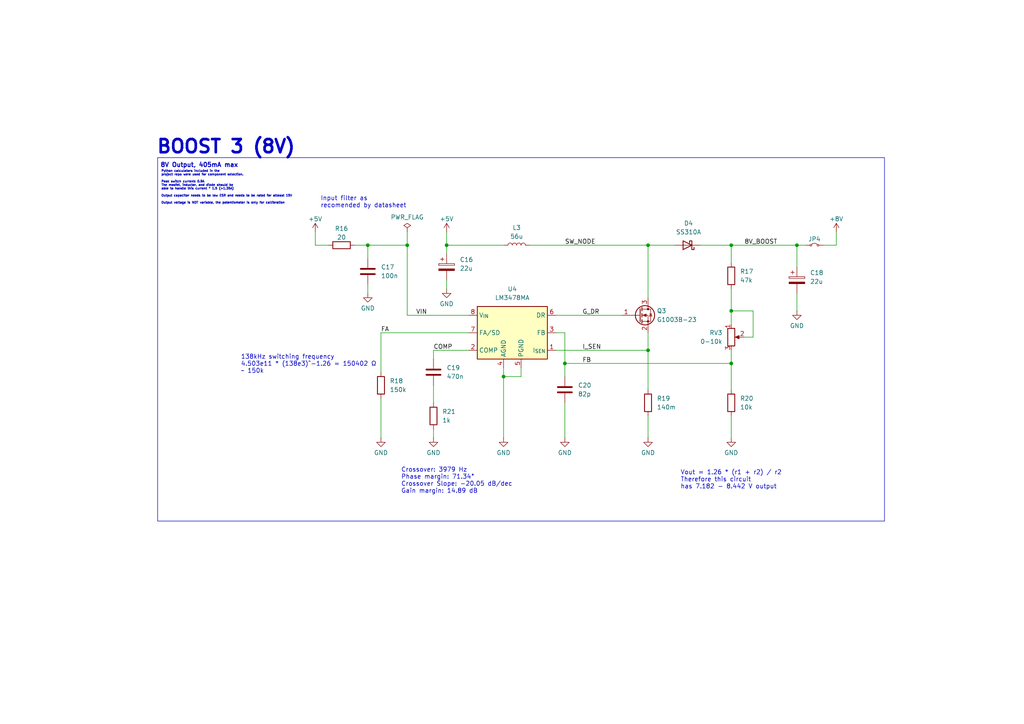
<source format=kicad_sch>
(kicad_sch (version 20250114) (generator "eeschema") (generator_version "9.0")
  (paper "A4")
  (title_block (title "8V Boost Converter") (date "2025-11-27"))
  (lib_symbols
    (symbol "Device:C" (pin_numbers (hide yes)) (pin_names (offset 0.254))
      (property "Reference" "C" (at 0.635 2.54 0))
      (property "Value" "C" (at 0.635 -2.54 0))
      (symbol "C_0_1"
        (polyline (pts (xy -2.032 0.762) (xy 2.032 0.762)) (stroke (width 0.508)))
        (polyline (pts (xy -2.032 -0.762) (xy 2.032 -0.762)) (stroke (width 0.508)))
      )
      (symbol "C_1_1"
        (pin passive line (at 0 3.81 270) (length 2.794) (name "~") (number "1"))
        (pin passive line (at 0 -3.81 90) (length 2.794) (name "~") (number "2"))
      )
    )
    (symbol "Device:C_Polarized" (pin_numbers (hide yes)) (pin_names (offset 0.254))
      (property "Reference" "C" (at 0.635 2.54 0))
      (property "Value" "C_Polarized" (at 0.635 -2.54 0))
      (symbol "C_Polarized_0_1"
        (rectangle (start -2.286 0.508) (end 2.286 1.016))
        (polyline (pts (xy -1.778 2.286) (xy -0.762 2.286)))
        (polyline (pts (xy -1.27 2.794) (xy -1.27 1.778)))
        (rectangle (start 2.286 -0.508) (end -2.286 -1.016) (fill (type outline)))
      )
      (symbol "C_Polarized_1_1"
        (pin passive line (at 0 3.81 270) (length 2.794) (name "~") (number "1"))
        (pin passive line (at 0 -3.81 90) (length 2.794) (name "~") (number "2"))
      )
    )
    (symbol "Device:D_Schottky" (pin_numbers (hide yes)) (pin_names (offset 1.016) (hide yes))
      (property "Reference" "D" (at 0 2.54 0))
      (property "Value" "D_Schottky" (at 0 -2.54 0))
      (symbol "D_Schottky_0_1"
        (polyline (pts (xy -1.905 0.635) (xy -1.905 1.27) (xy -1.27 1.27) (xy -1.27 -1.27) (xy -0.635 -1.27) (xy -0.635 -0.635)) (stroke (width 0.254)))
        (polyline (pts (xy 1.27 1.27) (xy 1.27 -1.27) (xy -1.27 0) (xy 1.27 1.27)) (stroke (width 0.254)))
        (polyline (pts (xy 1.27 0) (xy -1.27 0)))
      )
      (symbol "D_Schottky_1_1"
        (pin passive line (at -3.81 0 0) (length 2.54) (name "K") (number "1"))
        (pin passive line (at 3.81 0 180) (length 2.54) (name "A") (number "2"))
      )
    )
    (symbol "Device:L" (pin_numbers (hide yes)) (pin_names (offset 1.016) (hide yes))
      (property "Reference" "L" (at -1.27 0 90))
      (property "Value" "L" (at 1.905 0 90))
      (symbol "L_0_1"
        (arc (start 0 2.54) (mid 0.6323 1.905) (end 0 1.27))
        (arc (start 0 1.27) (mid 0.6323 0.635) (end 0 0))
        (arc (start 0 0) (mid 0.6323 -0.635) (end 0 -1.27))
        (arc (start 0 -1.27) (mid 0.6323 -1.905) (end 0 -2.54))
      )
      (symbol "L_1_1"
        (pin passive line (at 0 3.81 270) (length 1.27) (name "1") (number "1"))
        (pin passive line (at 0 -3.81 90) (length 1.27) (name "2") (number "2"))
      )
    )
    (symbol "Device:R" (pin_numbers (hide yes)) (pin_names (offset 0))
      (property "Reference" "R" (at 2.032 0 90))
      (property "Value" "R" (at 0 0 90))
      (symbol "R_0_1"
        (rectangle (start -1.016 -2.54) (end 1.016 2.54) (stroke (width 0.254)))
      )
      (symbol "R_1_1"
        (pin passive line (at 0 3.81 270) (length 1.27) (name "~") (number "1"))
        (pin passive line (at 0 -3.81 90) (length 1.27) (name "~") (number "2"))
      )
    )
    (symbol "Device:R_Potentiometer" (pin_names (offset 1.016) (hide yes))
      (property "Reference" "RV" (at -4.445 0 90))
      (property "Value" "R_Potentiometer" (at -2.54 0 90))
      (symbol "R_Potentiometer_0_1"
        (rectangle (start 1.016 2.54) (end -1.016 -2.54) (stroke (width 0.254)))
        (polyline (pts (xy 1.143 0) (xy 2.286 0.508) (xy 2.286 -0.508) (xy 1.143 0)) (fill (type outline)))
        (polyline (pts (xy 2.54 0) (xy 1.524 0)))
      )
      (symbol "R_Potentiometer_1_1"
        (pin passive line (at 0 3.81 270) (length 1.27) (name "1") (number "1"))
        (pin passive line (at 0 -3.81 90) (length 1.27) (name "3") (number "3"))
        (pin passive line (at 3.81 0 180) (length 1.27) (name "2") (number "2"))
      )
    )
    (symbol "Jumper:Jumper_2_Small_Bridged" (pin_numbers (hide yes)) (pin_names (offset 0) (hide yes))
      (property "Reference" "JP" (at 0 2.032 0))
      (property "Value" "Jumper_2_Small_Bridged" (at 0 -2.286 0))
      (symbol "Jumper_2_Small_Bridged_0_0"
        (circle (center -1.016 0) (radius 0.254))
        (circle (center 1.016 0) (radius 0.254))
      )
      (symbol "Jumper_2_Small_Bridged_0_1"
        (arc (start -0.762 0.254) (mid 0 0.5696) (end 0.762 0.254))
      )
      (symbol "Jumper_2_Small_Bridged_1_1"
        (pin passive line (at -2.54 0 0) (length 1.27) (name "A") (number "1"))
        (pin passive line (at 2.54 0 180) (length 1.27) (name "B") (number "2"))
      )
    )
    (symbol "Regulator_Controller:LM3478MA"
      (property "Reference" "U" (at -9.525 8.89 0))
      (property "Value" "LM3478MA" (at 5.08 8.89 0))
      (symbol "LM3478MA_0_1"
        (rectangle (start -10.16 7.62) (end 10.16 -7.62) (stroke (width 0.254)) (fill (type background)))
      )
      (symbol "LM3478MA_1_1"
        (pin power_in line (at -12.7 5.08 0) (length 2.54) (name "V_{IN}") (number "8"))
        (pin input line (at -12.7 0 0) (length 2.54) (name "FA/SD") (number "7"))
        (pin input line (at -12.7 -5.08 0) (length 2.54) (name "COMP") (number "2"))
        (pin power_in line (at -2.54 -10.16 90) (length 2.54) (name "AGND") (number "4"))
        (pin power_in line (at 2.54 -10.16 90) (length 2.54) (name "PGND") (number "5"))
        (pin output line (at 12.7 5.08 180) (length 2.54) (name "DR") (number "6"))
        (pin input line (at 12.7 0 180) (length 2.54) (name "FB") (number "3"))
        (pin input line (at 12.7 -5.08 180) (length 2.54) (name "I_{SEN}") (number "1"))
      )
    )
    (symbol "Transistor_FET:2N7002E" (pin_names (offset 0) (hide yes))
      (property "Reference" "Q" (at 5.08 1.905 0))
      (property "Value" "2N7002E" (at 5.08 0 0))
      (symbol "2N7002E_0_1"
        (polyline (pts (xy 0.254 1.905) (xy 0.254 -1.905)) (stroke (width 0.254)))
        (polyline (pts (xy 0.254 0) (xy -2.54 0)))
        (polyline (pts (xy 0.762 2.286) (xy 0.762 1.27)) (stroke (width 0.254)))
        (polyline (pts (xy 0.762 0.508) (xy 0.762 -0.508)) (stroke (width 0.254)))
        (polyline (pts (xy 0.762 -1.27) (xy 0.762 -2.286)) (stroke (width 0.254)))
        (polyline (pts (xy 0.762 -1.778) (xy 3.302 -1.778) (xy 3.302 1.778) (xy 0.762 1.778)))
        (polyline (pts (xy 1.016 0) (xy 2.032 0.381) (xy 2.032 -0.381) (xy 1.016 0)) (fill (type outline)))
        (circle (center 1.651 0) (radius 2.794) (stroke (width 0.254)))
        (polyline (pts (xy 2.54 2.54) (xy 2.54 1.778)))
        (circle (center 2.54 1.778) (radius 0.254) (fill (type outline)))
        (circle (center 2.54 -1.778) (radius 0.254) (fill (type outline)))
        (polyline (pts (xy 2.54 -2.54) (xy 2.54 0) (xy 0.762 0)))
        (polyline (pts (xy 2.921 0.381) (xy 3.683 0.381)))
        (polyline (pts (xy 3.302 0.381) (xy 2.921 -0.254) (xy 3.683 -0.254) (xy 3.302 0.381)))
      )
      (symbol "2N7002E_1_1"
        (pin input line (at -5.08 0 0) (length 2.54) (name "G") (number "1"))
        (pin passive line (at 2.54 5.08 270) (length 2.54) (name "D") (number "3"))
        (pin passive line (at 2.54 -5.08 90) (length 2.54) (name "S") (number "2"))
      )
    )
    (symbol "power:+5V" (power) (pin_numbers (hide yes)) (pin_names (offset 0) (hide yes))
      (property "Value" "+5V" (at 0 3.556 0))
      (symbol "+5V_0_1"
        (polyline (pts (xy -0.762 1.27) (xy 0 2.54)))
        (polyline (pts (xy 0 2.54) (xy 0.762 1.27)))
        (polyline (pts (xy 0 0) (xy 0 2.54)))
      )
      (symbol "+5V_1_1"
        (pin power_in line (at 0 0 90) (length 0) (name "~") (number "1"))
      )
    )
    (symbol "power:GND" (power) (pin_numbers (hide yes)) (pin_names (offset 0) (hide yes))
      (property "Value" "GND" (at 0 -3.81 0))
      (symbol "GND_0_1"
        (polyline (pts (xy 0 0) (xy 0 -1.27) (xy 1.27 -1.27) (xy 0 -2.54) (xy -1.27 -1.27) (xy 0 -1.27)))
      )
      (symbol "GND_1_1"
        (pin power_in line (at 0 0 270) (length 0) (name "~") (number "1"))
      )
    )
    (symbol "power:PWR_FLAG" (power) (pin_numbers (hide yes)) (pin_names (offset 0) (hide yes))
      (property "Value" "PWR_FLAG" (at 0 3.81 0))
      (symbol "PWR_FLAG_0_0"
        (pin power_out line (at 0 0 90) (length 0) (name "~") (number "1"))
      )
      (symbol "PWR_FLAG_0_1"
        (polyline (pts (xy 0 0) (xy 0 1.27) (xy -1.016 1.905) (xy 0 2.54) (xy 1.016 1.905) (xy 0 1.27)))
      )
    )
    (symbol "power:VDC" (power) (pin_numbers (hide yes)) (pin_names (offset 0) (hide yes))
      (property "Value" "VDC" (at 0 3.556 0))
      (symbol "VDC_0_1"
        (polyline (pts (xy -0.762 1.27) (xy 0 2.54)))
        (polyline (pts (xy 0 2.54) (xy 0.762 1.27)))
        (polyline (pts (xy 0 0) (xy 0 2.54)))
      )
      (symbol "VDC_1_1"
        (pin power_in line (at 0 0 90) (length 0) (name "~") (number "1"))
      )
    )
  )
  (rectangle (start 45.72 45.72) (end 256.54 151.13))
  (text "Crossover: 3979 Hz\nPhase margin: 71.34°\nCrossover Slope: -20.05 dB/dec\nGain margin: 14.89 dB" (at 116.332 139.446 0) (effects (font (size 1.27 1.27)) (justify left)))
  (text "Input filter as\nrecomended by datasheet" (at 92.964 58.674 0) (effects (font (size 1.27 1.27)) (justify left)))
  (text "BOOST 3 (8V)" (at 45.212 42.672 0) (effects (font (size 3.81 3.81) (thickness 0.762) (bold yes)) (justify left)))
  (text "138kHz switching frequency\n4.503e11 * (138e3)^-1.26 = 150402 Ω\n~ 150k" (at 69.85 105.664 0) (effects (font (size 1.27 1.27)) (justify left)))
  (text "Vout = 1.26 * (r1 + r2) / r2\nTherefore this circuit\nhas 7.182 - 8.442 V output" (at 197.358 139.192 0) (effects (font (size 1.27 1.27)) (justify left)))
  (text "Python calculators included in the\nproject repo were used for component selection.\n\nPeak switch current: 0.9A\nThe mosfet, inductor, and diode should be\nable to handle this current * 1.5 (>1.35A)\n\nOutput capacitor needs to be low ESR and needs to be rated for atleast 15V\n\nOutput voltage is NOT variable, the potentiometer is only for callibration" (at 46.736 54.356 0) (effects (font (size 0.635 0.635) (thickness 0.254) (bold yes)) (justify left)))
  (text "8V Output, 405mA max" (at 46.482 48.006 0) (effects (font (size 1.27 1.27) (thickness 0.254) (bold yes)) (justify left)))
  (junction (at 187.96 101.6))
  (junction (at 212.09 90.17))
  (junction (at 212.09 71.12))
  (junction (at 212.09 105.41))
  (junction (at 163.83 105.41))
  (junction (at 187.96 71.12))
  (junction (at 106.68 71.12))
  (junction (at 146.05 109.22))
  (junction (at 118.11 71.12))
  (junction (at 231.14 71.12))
  (junction (at 129.54 71.12))
  (wire (pts (xy 118.11 91.44) (xy 135.89 91.44)))
  (wire (pts (xy 212.09 101.6) (xy 212.09 105.41)))
  (wire (pts (xy 161.29 91.44) (xy 180.34 91.44)))
  (wire (pts (xy 161.29 101.6) (xy 187.96 101.6)))
  (wire (pts (xy 129.54 73.66) (xy 129.54 71.12)))
  (wire (pts (xy 125.73 101.6) (xy 125.73 104.14)))
  (wire (pts (xy 125.73 111.76) (xy 125.73 116.84)))
  (wire (pts (xy 118.11 67.31) (xy 118.11 71.12)))
  (wire (pts (xy 231.14 85.09) (xy 231.14 90.17)))
  (wire (pts (xy 231.14 71.12) (xy 231.14 77.47)))
  (wire (pts (xy 146.05 109.22) (xy 146.05 127)))
  (wire (pts (xy 102.87 71.12) (xy 106.68 71.12)))
  (wire (pts (xy 163.83 96.52) (xy 161.29 96.52)))
  (wire (pts (xy 215.9 97.79) (xy 218.44 97.79)))
  (wire (pts (xy 187.96 101.6) (xy 187.96 113.03)))
  (wire (pts (xy 95.25 71.12) (xy 91.44 71.12)))
  (wire (pts (xy 218.44 97.79) (xy 218.44 90.17)))
  (wire (pts (xy 106.68 71.12) (xy 118.11 71.12)))
  (wire (pts (xy 233.68 71.12) (xy 231.14 71.12)))
  (wire (pts (xy 135.89 96.52) (xy 110.49 96.52)))
  (wire (pts (xy 110.49 96.52) (xy 110.49 107.95)))
  (wire (pts (xy 125.73 101.6) (xy 135.89 101.6)))
  (wire (pts (xy 187.96 71.12) (xy 195.58 71.12)))
  (wire (pts (xy 203.2 71.12) (xy 212.09 71.12)))
  (wire (pts (xy 242.57 67.31) (xy 242.57 71.12)))
  (wire (pts (xy 129.54 67.31) (xy 129.54 71.12)))
  (wire (pts (xy 212.09 83.82) (xy 212.09 90.17)))
  (wire (pts (xy 187.96 71.12) (xy 187.96 86.36)))
  (wire (pts (xy 153.67 71.12) (xy 187.96 71.12)))
  (wire (pts (xy 151.13 109.22) (xy 151.13 106.68)))
  (wire (pts (xy 212.09 90.17) (xy 212.09 93.98)))
  (wire (pts (xy 129.54 81.28) (xy 129.54 83.82)))
  (wire (pts (xy 187.96 96.52) (xy 187.96 101.6)))
  (wire (pts (xy 187.96 120.65) (xy 187.96 127)))
  (wire (pts (xy 118.11 71.12) (xy 118.11 91.44)))
  (wire (pts (xy 163.83 105.41) (xy 212.09 105.41)))
  (wire (pts (xy 129.54 71.12) (xy 146.05 71.12)))
  (wire (pts (xy 106.68 82.55) (xy 106.68 85.09)))
  (wire (pts (xy 218.44 90.17) (xy 212.09 90.17)))
  (wire (pts (xy 212.09 105.41) (xy 212.09 113.03)))
  (wire (pts (xy 110.49 115.57) (xy 110.49 127)))
  (wire (pts (xy 146.05 109.22) (xy 151.13 109.22)))
  (wire (pts (xy 163.83 105.41) (xy 163.83 109.22)))
  (wire (pts (xy 146.05 106.68) (xy 146.05 109.22)))
  (wire (pts (xy 125.73 124.46) (xy 125.73 127)))
  (wire (pts (xy 163.83 96.52) (xy 163.83 105.41)))
  (wire (pts (xy 212.09 120.65) (xy 212.09 127)))
  (wire (pts (xy 91.44 67.31) (xy 91.44 71.12)))
  (wire (pts (xy 106.68 71.12) (xy 106.68 74.93)))
  (wire (pts (xy 212.09 71.12) (xy 212.09 76.2)))
  (wire (pts (xy 163.83 116.84) (xy 163.83 127)))
  (wire (pts (xy 238.76 71.12) (xy 242.57 71.12)))
  (wire (pts (xy 212.09 71.12) (xy 231.14 71.12)))
  (label "COMP" (at 125.73 101.6 0))
  (label "G_DR" (at 168.91 91.44 0))
  (label "8V_BOOST" (at 215.9 71.12 0))
  (label "FA" (at 110.49 96.52 0))
  (label "SW_NODE" (at 163.83 71.12 0))
  (label "I_SEN" (at 168.91 101.6 0))
  (label "VIN" (at 120.65 91.44 0) (effects (font (thickness 0.1588))))
  (label "FB" (at 168.91 105.41 0))
  (symbol (lib_id "Transistor_FET:2N7002E") (at 185.42 91.44 0) (unit 1)
    (property "Reference" "Q3" (at 190.5 90.17 0) (effects (justify left)))
    (property "Value" "G1003B-23" (at 190.5 92.71 0) (effects (justify left)))
    (property "Footprint" "Package_TO_SOT_SMD:SOT-23-3" (effects (hide yes)))
    (property "Datasheet" "https://www.lcsc.com/datasheet/C41367401.pdf" (effects (hide yes)))
    (property "LCSC PART #" "C22362809" (effects (hide yes)))
  )
  (symbol (lib_id "power:+5V") (at 129.54 67.31 0) (unit 1)
    (property "Reference" "#PWR049" (effects (hide yes)))
    (property "Value" "+5V" (at 129.54 63.5 0))
    (property "Description" "Power symbol creates a global label with name \"+5V\"" (effects (hide yes)))
  )
  (symbol (lib_id "Device:R") (at 110.49 111.76 0) (unit 1)
    (property "Reference" "R18" (at 113.03 110.4899 0) (effects (justify left)))
    (property "Value" "150k" (at 113.03 113.0299 0) (effects (justify left)))
    (property "Footprint" "Resistor_SMD:R_0603_1608Metric" (effects (hide yes)))
    (property "Datasheet" "https://www.lcsc.com/datasheet/C49653183.pdf" (effects (hide yes)))
    (property "Description" "Resistor" (effects (hide yes)))
    (property "LCSC PART #" "C49653183" (effects (hide yes)))
  )
  (symbol (lib_id "power:VDC") (at 242.57 67.31 0) (unit 1)
    (property "Reference" "#PWR050" (effects (hide yes)))
    (property "Value" "+8V" (at 242.57 63.5 0))
    (property "Description" "Power symbol creates a global label with name \"VDC\"" (effects (hide yes)))
  )
  (symbol (lib_id "Device:C") (at 163.83 113.03 0) (unit 1)
    (property "Reference" "C20" (at 167.64 111.7599 0) (effects (justify left)))
    (property "Value" "82p" (at 167.64 114.2999 0) (effects (justify left)))
    (property "Footprint" "Capacitor_SMD:C_0603_1608Metric" (effects (hide yes)))
    (property "Datasheet" "https://www.lcsc.com/datasheet/C1864236.pdf" (effects (hide yes)))
    (property "Description" "Unpolarized capacitor" (effects (hide yes)))
    (property "LCSC PART #" "C1864236" (effects (hide yes)))
  )
  (symbol (lib_id "power:GND") (at 106.68 85.09 0) (mirror y) (unit 1)
    (property "Reference" "#PWR052" (effects (hide yes)))
    (property "Value" "GND" (at 106.68 89.408 0))
    (property "Description" "Power symbol creates a global label with name \"GND\" , ground" (effects (hide yes)))
  )
  (symbol (lib_id "Device:R_Potentiometer") (at 212.09 97.79 0) (unit 1)
    (property "Reference" "RV3" (at 209.55 96.5199 0) (effects (justify right)))
    (property "Value" "0-10k" (at 209.55 99.0599 0) (effects (justify right)))
    (property "Footprint" "CustomFootprints:Potentiometer_Bourns_TC33X_Vertical" (effects (hide yes)))
    (property "Datasheet" "https://www.lcsc.com/datasheet/C719176.pdf" (effects (hide yes)))
    (property "Description" "Potentiometer" (effects (hide yes)))
    (property "LCSC PART #" "C719176" (effects (hide yes)))
  )
  (symbol (lib_id "Device:L") (at 149.86 71.12 90) (unit 1)
    (property "Reference" "L3" (at 149.86 66.04 90))
    (property "Value" "56u" (at 149.86 68.58 90))
    (property "Footprint" "CustomFootprints:Chilisin SCDS105R" (effects (hide yes)))
    (property "Datasheet" "https://www.lcsc.com/datasheet/C329728.pdf" (effects (hide yes)))
    (property "Description" "Inductor" (effects (hide yes)))
    (property "LCSC PART #" "C329728" (effects (hide yes)))
  )
  (symbol (lib_id "power:GND") (at 129.54 83.82 0) (mirror y) (unit 1)
    (property "Reference" "#PWR051" (effects (hide yes)))
    (property "Value" "GND" (at 129.54 88.138 0))
    (property "Description" "Power symbol creates a global label with name \"GND\" , ground" (effects (hide yes)))
  )
  (symbol (lib_id "Device:C") (at 106.68 78.74 0) (unit 1)
    (property "Reference" "C17" (at 110.49 77.4699 0) (effects (justify left)))
    (property "Value" "100n" (at 110.49 80.0099 0) (effects (justify left)))
    (property "Footprint" "Capacitor_SMD:C_0603_1608Metric" (effects (hide yes)))
    (property "Datasheet" "https://www.lcsc.com/datasheet/C15725.pdf" (effects (hide yes)))
    (property "Description" "Unpolarized capacitor" (effects (hide yes)))
    (property "LCSC PART #" "C15725" (effects (hide yes)))
  )
  (symbol (lib_id "Device:R") (at 125.73 120.65 0) (unit 1)
    (property "Reference" "R21" (at 128.27 119.3799 0) (effects (justify left)))
    (property "Value" "1k" (at 128.27 121.9199 0) (effects (justify left)))
    (property "Footprint" "Resistor_SMD:R_0603_1608Metric" (effects (hide yes)))
    (property "Datasheet" "https://www.lcsc.com/datasheet/C2907002.pdf" (effects (hide yes)))
    (property "Description" "Resistor" (effects (hide yes)))
    (property "LCSC PART #" "C2907002" (effects (hide yes)))
  )
  (symbol (lib_id "power:GND") (at 163.83 127 0) (mirror y) (unit 1)
    (property "Reference" "#PWR057" (effects (hide yes)))
    (property "Value" "GND" (at 163.83 131.318 0))
    (property "Description" "Power symbol creates a global label with name \"GND\" , ground" (effects (hide yes)))
  )
  (symbol (lib_id "Device:D_Schottky") (at 199.39 71.12 180) (unit 1)
    (property "Reference" "D4" (at 199.7075 64.77 0))
    (property "Value" "SS310A" (at 199.7075 67.31 0))
    (property "Footprint" "Diode_SMD:D_SMA" (effects (hide yes)))
    (property "Datasheet" "https://www.lcsc.com/datasheet/C48996628.pdf" (effects (hide yes)))
    (property "Description" "Schottky diode" (effects (hide yes)))
    (property "LCSC PART #" "C48996628" (effects (hide yes)))
  )
  (symbol (lib_id "power:GND") (at 146.05 127 0) (mirror y) (unit 1)
    (property "Reference" "#PWR056" (effects (hide yes)))
    (property "Value" "GND" (at 146.05 131.318 0))
    (property "Description" "Power symbol creates a global label with name \"GND\" , ground" (effects (hide yes)))
  )
  (symbol (lib_id "Device:R") (at 212.09 80.01 0) (unit 1)
    (property "Reference" "R17" (at 214.63 78.7399 0) (effects (justify left)))
    (property "Value" "47k" (at 214.63 81.2799 0) (effects (justify left)))
    (property "Footprint" "Resistor_SMD:R_0603_1608Metric" (effects (hide yes)))
    (property "Datasheet" "https://www.lcsc.com/datasheet/C49653271.pdf" (effects (hide yes)))
    (property "Description" "Resistor" (effects (hide yes)))
    (property "LCSC PART #" "C49653271" (effects (hide yes)))
  )
  (symbol (lib_id "power:GND") (at 212.09 127 0) (mirror y) (unit 1)
    (property "Reference" "#PWR059" (effects (hide yes)))
    (property "Value" "GND" (at 212.09 131.318 0))
    (property "Description" "Power symbol creates a global label with name \"GND\" , ground" (effects (hide yes)))
  )
  (symbol (lib_id "power:GND") (at 187.96 127 0) (mirror y) (unit 1)
    (property "Reference" "#PWR058" (effects (hide yes)))
    (property "Value" "GND" (at 187.96 131.318 0))
    (property "Description" "Power symbol creates a global label with name \"GND\" , ground" (effects (hide yes)))
  )
  (symbol (lib_id "power:PWR_FLAG") (at 118.11 67.31 0) (unit 1)
    (property "Reference" "#FLG07" (effects (hide yes)))
    (property "Value" "PWR_FLAG" (at 118.11 62.992 0))
    (property "Description" "Special symbol for telling ERC where power comes from" (effects (hide yes)))
  )
  (symbol (lib_id "Device:R") (at 212.09 116.84 0) (unit 1)
    (property "Reference" "R20" (at 214.63 115.5699 0) (effects (justify left)))
    (property "Value" "10k" (at 214.63 118.1099 0) (effects (justify left)))
    (property "Footprint" "Resistor_SMD:R_0603_1608Metric" (effects (hide yes)))
    (property "Datasheet" "https://www.lcsc.com/datasheet/C49652949.pdf" (effects (hide yes)))
    (property "Description" "Resistor" (effects (hide yes)))
    (property "LCSC PART #" "C49652949" (effects (hide yes)))
  )
  (symbol (lib_id "power:GND") (at 231.14 90.17 0) (mirror y) (unit 1)
    (property "Reference" "#PWR053" (effects (hide yes)))
    (property "Value" "GND" (at 231.14 94.488 0))
    (property "Description" "Power symbol creates a global label with name \"GND\" , ground" (effects (hide yes)))
  )
  (symbol (lib_id "Device:R") (at 99.06 71.12 90) (unit 1)
    (property "Reference" "R16" (at 99.06 66.294 90))
    (property "Value" "20" (at 99.06 68.834 90))
    (property "Footprint" "Resistor_SMD:R_0603_1608Metric" (effects (hide yes)))
    (property "Datasheet" "https://www.lcsc.com/datasheet/C2907012.pdf" (effects (hide yes)))
    (property "Description" "Resistor" (effects (hide yes)))
    (property "LCSC PART #" "C2907012" (effects (hide yes)))
  )
  (symbol (lib_id "Jumper:Jumper_2_Small_Bridged") (at 236.22 71.12 0) (unit 1)
    (property "Reference" "JP4" (at 236.22 69.342 0))
    (property "Value" "Jumper_2_Small_Bridged" (effects (hide yes)))
    (property "Footprint" "Connector_PinHeader_2.54mm:PinHeader_1x02_P2.54mm_Vertical_SMD_Pin1Left" (effects (hide yes)))
    (property "Datasheet" "https://www.lcsc.com/datasheet/C41432920.pdf" (effects (hide yes)))
    (property "Description" "Jumper, 2-pole, small symbol, bridged" (effects (hide yes)))
    (property "LCSC PART #" "C41432920" (effects (hide yes)))
  )
  (symbol (lib_id "power:GND") (at 110.49 127 0) (mirror y) (unit 1)
    (property "Reference" "#PWR054" (effects (hide yes)))
    (property "Value" "GND" (at 110.49 131.318 0))
    (property "Description" "Power symbol creates a global label with name \"GND\" , ground" (effects (hide yes)))
  )
  (symbol (lib_id "Device:C_Polarized") (at 129.54 77.47 0) (unit 1)
    (property "Reference" "C16" (at 133.35 75.3109 0) (effects (justify left)))
    (property "Value" "22u" (at 133.35 77.8509 0) (effects (justify left)))
    (property "Footprint" "Capacitor_THT:CP_Radial_D6.3mm_P2.50mm" (effects (hide yes)))
    (property "Datasheet" "https://www.lcsc.com/datasheet/C44606504.pdf" (effects (hide yes)))
    (property "Description" "Polarized capacitor" (effects (hide yes)))
    (property "LCSC PART #" "C44606504" (effects (hide yes)))
  )
  (symbol (lib_id "Device:R") (at 187.96 116.84 0) (unit 1)
    (property "Reference" "R19" (at 190.5 115.5699 0) (effects (justify left)))
    (property "Value" "140m" (at 190.5 118.1099 0) (effects (justify left)))
    (property "Footprint" "Resistor_SMD:R_1206_3216Metric" (effects (hide yes)))
    (property "Datasheet" "https://www.lcsc.com/datasheet/C37935.pdf" (effects (hide yes)))
    (property "Description" "Resistor" (effects (hide yes)))
    (property "LCSC PART #" "C37935" (effects (hide yes)))
  )
  (symbol (lib_id "power:GND") (at 125.73 127 0) (mirror y) (unit 1)
    (property "Reference" "#PWR055" (effects (hide yes)))
    (property "Value" "GND" (at 125.73 131.318 0))
    (property "Description" "Power symbol creates a global label with name \"GND\" , ground" (effects (hide yes)))
  )
  (symbol (lib_id "Regulator_Controller:LM3478MA") (at 148.59 96.52 0) (unit 1)
    (property "Reference" "U4" (at 148.59 83.82 0))
    (property "Value" "LM3478MA" (at 148.59 86.36 0))
    (property "Footprint" "Package_SO:SOIC-8_3.9x4.9mm_P1.27mm" (effects (hide yes)))
    (property "Datasheet" "https://www.ti.com/lit/gpn/lm3478" (effects (hide yes)))
    (property "Description" "2.97~40V Wide Input Range Boost/SEPIC/Flyback DC-DC Controller, SOIC-8" (effects (hide yes)))
    (property "LCSC PART #" "C115907" (effects (hide yes)))
  )
  (symbol (lib_id "Device:C") (at 125.73 107.95 0) (unit 1)
    (property "Reference" "C19" (at 129.54 106.6799 0) (effects (justify left)))
    (property "Value" "470n" (at 129.54 109.2199 0) (effects (justify left)))
    (property "Footprint" "Capacitor_SMD:C_0603_1608Metric" (effects (hide yes)))
    (property "Datasheet" "https://www.lcsc.com/datasheet/C519558.pdf" (effects (hide yes)))
    (property "Description" "Unpolarized capacitor" (effects (hide yes)))
    (property "LCSC PART #" "C519558" (effects (hide yes)))
  )
  (symbol (lib_id "Device:C_Polarized") (at 231.14 81.28 0) (unit 1)
    (property "Reference" "C18" (at 234.95 79.1209 0) (effects (justify left)))
    (property "Value" "22u" (at 234.95 81.6609 0) (effects (justify left)))
    (property "Footprint" "Capacitor_THT:CP_Radial_D6.3mm_P2.50mm" (effects (hide yes)))
    (property "Datasheet" "https://www.lcsc.com/datasheet/C44606504.pdf" (effects (hide yes)))
    (property "Description" "Polarized capacitor" (effects (hide yes)))
    (property "LCSC PART #" "C44606504" (effects (hide yes)))
  )
  (symbol (lib_id "power:+5V") (at 91.44 67.31 0) (unit 1)
    (property "Reference" "#PWR048" (effects (hide yes)))
    (property "Value" "+5V" (at 91.44 63.5 0))
    (property "Description" "Power symbol creates a global label with name \"+5V\"" (effects (hide yes)))
  )
)
</source>
